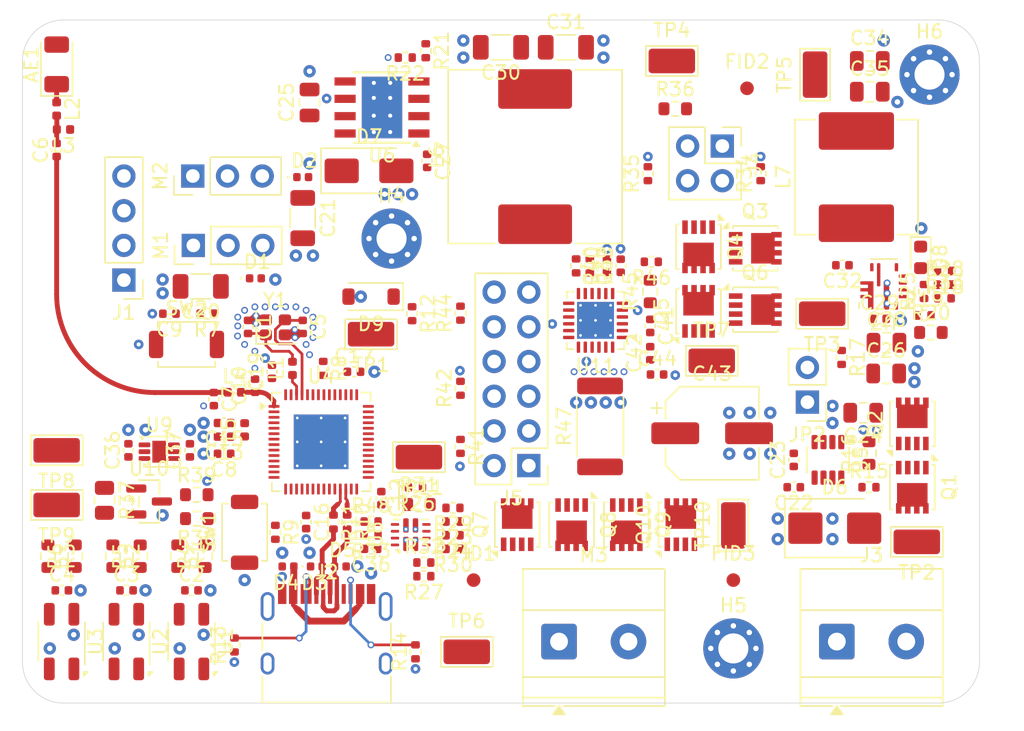
<source format=kicad_pcb>
(kicad_pcb (version 20241229) (generator "pcbnew") (generator_version "9.0")
  (layers (0 "F.Cu" signal) (4 "In1.Cu" signal) (6 "In2.Cu" signal) (2 "B.Cu" signal) (13 "F.Paste" user) (15 "B.Paste" user) (5 "F.SilkS" user "F.Silkscreen") (7 "B.SilkS" user "B.Silkscreen") (1 "F.Mask" user) (3 "B.Mask" user) (25 "Edge.Cuts" user))
  (net 0 "")
  (net 1 "/RF_ANT")
  (net 2 "GND")
  (net 3 "/XTAL_PL")
  (net 4 "/LS1")
  (net 5 "/LS2")
  (net 6 "/LS3")
  (net 7 "/XTAL_N")
  (net 8 "Net-(C6-Pad2)")
  (net 9 "/RF_TRANS")
  (net 10 "+3V3")
  (net 11 "/CHIP_PU")
  (net 12 "/RF_ESP")
  (net 13 "/VDD_SPI")
  (net 14 "VDD3P3")
  (net 15 "+5V")
  (net 16 "/Connectors/EN{slash}UVLO")
  (net 17 "Net-(U5-VCAP)")
  (net 18 "+Vin")
  (net 19 "Net-(D7-K)")
  (net 20 "Net-(U6-BOOT)")
  (net 21 "+5V_buck")
  (net 22 "Net-(U7-SW)")
  (net 23 "Net-(U7-BOOT)")
  (net 24 "Net-(U7-FB)")
  (net 25 "+12V")
  (net 26 "Net-(U8-SS)")
  (net 27 "/H-bridge/AVDD")
  (net 28 "/H-bridge/DVDD")
  (net 29 "Net-(U11-CPH)")
  (net 30 "Net-(U11-CPL)")
  (net 31 "/H-bridge/+Vdc")
  (net 32 "Net-(U11-VCP)")
  (net 33 "D-")
  (net 34 "+Vbus")
  (net 35 "D+")
  (net 36 "Net-(D8-A)")
  (net 37 "/U0RXD")
  (net 38 "Net-(J1-Pin_4)")
  (net 39 "Net-(J2-CC1)")
  (net 40 "Net-(J2-CC2)")
  (net 41 "Net-(J4-Pin_1)")
  (net 42 "Net-(J4-Pin_2)")
  (net 43 "Net-(J4-Pin_4)")
  (net 44 "Net-(J5-Pin_1)")
  (net 45 "Net-(J5-Pin_10)")
  (net 47 "Net-(J5-Pin_4)")
  (net 48 "Net-(J5-Pin_6)")
  (net 49 "Net-(JP2-A)")
  (net 50 "/XTAL_P")
  (net 51 "SERVO1")
  (net 52 "SERVO2")
  (net 53 "Net-(M3--)")
  (net 54 "Net-(M3-+)")
  (net 55 "+3V")
  (net 56 "Net-(U1-A)")
  (net 57 "Net-(U2-A)")
  (net 58 "Net-(U3-A)")
  (net 59 "/U0TXD")
  (net 60 "/BOOT")
  (net 61 "/ESP_D+")
  (net 62 "/ESP_D-")
  (net 63 "Net-(U5-OV)")
  (net 64 "AGND")
  (net 65 "Net-(U7-MODE)")
  (net 66 "Net-(U6-VSENSE)")
  (net 67 "Net-(U8-OV1)")
  (net 68 "Net-(U8-OV2)")
  (net 69 "Net-(U8-PR1)")
  (net 70 "Net-(U8-CP2)")
  (net 71 "Net-(U8-ILM)")
  (net 72 "Net-(U10-REF)")
  (net 73 "SNSOUT")
  (net 74 "~{FAULT}")
  (net 75 "Net-(U11-VREF)")
  (net 76 "SO")
  (net 93 "ST")
  (net 97 "EN")
  (net 98 "PH")
  (net 101 "~{SLEEP}")
  (net 107 "Net-(Q1-G)")
  (net 108 "Net-(U5-SRC)")
  (net 109 "Net-(Q3-S-Pad1)")
  (net 110 "Net-(Q5-S-Pad1)")
  (net 111 "Net-(Q7-G)")
  (net 112 "Net-(U11-SP)")
  (net 113 "Net-(Q8-G)")
  (net 114 "Net-(Q9-G)")
  (net 115 "Net-(Q10-G)")
  (net 122 "Net-(D9-K)")
  (footprint "Capacitor_SMD:C_0402_1005Metric" (layer "F.Cu") (at 126.75 84.5 180)
    (property "Reference" "C13")
    (property "Value" "0u1")
  )
  (footprint "Capacitor_SMD:C_0402_1005Metric" (layer "F.Cu") (at 126.75 83.5 180)
    (property "Reference" "C15")
    (property "Value" "0u1")
  )
  (footprint "Resistor_SMD:R_0603_1608Metric" (layer "F.Cu") (at 115.8625 93.25 90)
    (property "Reference" "R6")
    (property "Value" "100")
  )
  (footprint "Capacitor_SMD:C_0805_2012Metric" (layer "F.Cu") (at 173.98 59.25)
    (property "Reference" "C35")
    (property "Value" "22u")
  )
  (footprint "MountingHole:ToolingHole_1.152mm" (layer "F.Cu") (at 118 84)
    (property "Reference" "H3" (hide yes))
    (property "Value" "MountingHole")
  )
  (footprint "Resistor_SMD:R_0402_1005Metric" (layer "F.Cu") (at 137.5 90.715)
    (property "Reference" "R48")
    (property "Value" "10k")
  )
  (footprint "Resistor_SMD:R_0603_1608Metric" (layer "F.Cu") (at 120.6125 93.25 90)
    (property "Reference" "R5")
    (property "Value" "75")
  )
  (footprint "Resistor_SMD:R_0402_1005Metric" (layer "F.Cu") (at 134.75 90.75 -90)
    (property "Reference" "R11")
    (property "Value" "22")
  )
  (footprint "Resistor_SMD:R_0402_1005Metric" (layer "F.Cu") (at 140.75 100.25 90)
    (property "Reference" "R14")
    (property "Value" "5k1")
  )
  (footprint "Resistor_SMD:R_0603_1608Metric" (layer "F.Cu") (at 159.75 60.5)
    (property "Reference" "R36")
    (property "Value" "100")
  )
  (footprint "Capacitor_SMD:C_0402_1005Metric" (layer "F.Cu") (at 124.25 85.5 90)
    (property "Reference" "C37")
    (property "Value" "1u")
  )
  (footprint "GLCS:SOT-23-THIN-8" (layer "F.Cu") (at 170.92 86.2 -90)
    (property "Reference" "U5")
    (property "Value" "LM74502")
  )
  (footprint "Button_Switch_SMD:SW_SPST_TS-1088-xR020" (layer "F.Cu") (at 128.25 91.5 90)
    (property "Reference" "SW1")
    (property "Value" "SW_Push")
  )
  (footprint "Package_TO_SOT_SMD:SOT-23" (layer "F.Cu") (at 121.2625 89.245)
    (property "Reference" "U10")
    (property "Value" "CJ431")
  )
  (footprint "Capacitor_SMD:C_0402_1005Metric" (layer "F.Cu") (at 179.45 74.375)
    (property "Reference" "C33")
    (property "Value" "47p")
  )
  (footprint "Resistor_SMD:R_0402_1005Metric" (layer "F.Cu") (at 157.75 65.25 90)
    (property "Reference" "R35")
    (property "Value" "10k")
  )
  (footprint "TerminalBlock_Phoenix:TerminalBlock_Phoenix_MKDS-1,5-2-5.08_1x02_P5.08mm_Horizontal" (layer "F.Cu") (at 171.57 99.5)
    (property "Reference" "J3")
    (property "Value" "Conn_01x02")
  )
  (footprint "Package_SO:Vishay_PowerPAK_1212-8_Single" (layer "F.Cu") (at 160.16 90.9425 90)
    (property "Reference" "Q10")
    (property "Value" "Q_NMOS")
  )
  (footprint "Resistor_SMD:R_0603_1608Metric" (layer "F.Cu") (at 123.3625 93.25 -90)
    (property "Reference" "R1")
    (property "Value" "6k8")
  )
  (footprint "Resistor_SMD:R_0402_1005Metric" (layer "F.Cu") (at 140.5 75.5 -90)
    (property "Reference" "R12")
    (property "Value" "10k")
  )
  (footprint "Package_DFN_QFN:Texas_VQFN-HR-12_2x2.5mm_P0.5mm_ThermalVias" (layer "F.Cu") (at 140.4 91.675 90)
    (property "Reference" "U8")
    (property "Value" "TPS2121")
  )
  (footprint "MountingHole:ToolingHole_1.152mm" (layer "F.Cu") (at 174 96)
    (property "Reference" "H1" (hide yes))
    (property "Value" "MountingHole")
  )
  (footprint "GLCS:TestPoint_Keystone_5015_Micro_Mini" (layer "F.Cu") (at 137.5 77 180)
    (property "Reference" "TP1")
    (property "Value" "TestPoint")
  )
  (footprint "GLCS:Diode_DFN1006" (layer "F.Cu") (at 131.425 94 180)
    (property "Reference" "D4")
    (property "Value" "P6SMB6.8CA/TR13")
  )
  (footprint "GLCS:Diode_DFN1006" (layer "F.Cu") (at 133.5 94 180)
    (property "Reference" "D3")
    (property "Value" "H5VU10U")
  )
  (footprint "Resistor_SMD:R_0402_1005Metric" (layer "F.Cu") (at 127.51 99.75 90)
    (property "Reference" "R13")
    (property "Value" "5k1")
  )
  (footprint "GLCS:TestPoint_Keystone_5015_Micro_Mini" (layer "F.Cu") (at 162.42 78.95)
    (property "Reference" "TP7")
    (property "Value" "TestPoint")
  )
  (footprint "Resistor_SMD:R_0402_1005Metric" (layer "F.Cu") (at 125.5 75.5 180)
    (property "Reference" "R7")
    (property "Value" "10k")
  )
  (footprint "Capacitor_SMD:C_0805_2012Metric" (layer "F.Cu") (at 175.18 79.875)
    (property "Reference" "C26")
    (property "Value" "10u")
  )
  (footprint "Resistor_SMD:R_0402_1005Metric" (layer "F.Cu") (at 173.92 88.2)
    (property "Reference" "R15")
    (property "Value" "100k")
  )
  (footprint "Resistor_SMD:R_0402_1005Metric" (layer "F.Cu") (at 177.95 75.625)
    (property "Reference" "R19")
    (property "Value" "100k")
  )
  (footprint "Resistor_SMD:R_0402_1005Metric" (layer "F.Cu") (at 144.04 80.96 90)
    (property "Reference" "R42")
    (property "Value" "200k")
  )
  (footprint "GLCS:Diode_DFN1006" (layer "F.Cu") (at 135.25 94)
    (property "Reference" "D5")
    (property "Value" "H5VU10U")
  )
  (footprint "GLCS:DFN-6-1EP_2x2mm_P0.5mm_ST" (layer "F.Cu") (at 122 85.6)
    (property "Reference" "U9")
    (property "Value" "LDL212PV33R")
  )
  (footprint "Capacitor_SMD:C_0402_1005Metric" (layer "F.Cu") (at 130.25 79.75 90)
    (property "Reference" "C19")
    (property "Value" "1u")
  )
  (footprint "GLCS:TestPoint_Keystone_5015_Micro_Mini" (layer "F.Cu") (at 114.5 89.5 180)
    (property "Reference" "TP9")
    (property "Value" "TestPoint")
  )
  (footprint "Package_SO:TI_SO-PowerPAD-8_ThermalVias" (layer "F.Cu") (at 138.3 60.405 180)
    (property "Reference" "U6")
    (property "Value" "TPS5430DDA")
  )
  (footprint "OptoDevice:OnSemi_CASE100CY" (layer "F.Cu") (at 124.3625 99.5 180)
    (property "Reference" "U1")
    (property "Value" "QRE1113GR")
  )
  (footprint "Capacitor_SMD:C_0402_1005Metric" (layer "F.Cu") (at 168.42 88.2 180)
    (property "Reference" "C22")
    (property "Value" "0u1")
  )
  (footprint "Resistor_SMD:R_0402_1005Metric" (layer "F.Cu") (at 134 79.5 -90)
    (property "Reference" "R8")
    (property "Value" "470")
  )
  (footprint "Package_DFN_QFN:Texas_RGE0024H_VQFN-24-1EP_4x4mm_P0.5mm_EP2.7x2.7mm_ThermalVias" (layer "F.Cu") (at 153.92 75.9875 180)
    (property "Reference" "U11")
    (property "Value" "DRV8701")
  )
  (footprint "Capacitor_SMD:C_0402_1005Metric" (layer "F.Cu") (at 119.75 85.5 90)
    (property "Reference" "C38")
    (property "Value" "4u7")
  )
  (footprint "Capacitor_SMD:C_1206_3216Metric" (layer "F.Cu") (at 132.5 68.5 -90)
    (property "Reference" "C21")
    (property "Value" "47u")
  )
  (footprint "Resistor_SMD:R_0402_1005Metric" (layer "F.Cu") (at 141.5 56.25 -90)
    (property "Reference" "R21")
    (property "Value" "10k")
  )
  (footprint "Button_Switch_SMD:SW_SPST_TS-1088-xR020" (layer "F.Cu") (at 124 77.75)
    (property "Reference" "SW2")
    (property "Value" "SW_Push")
  )
  (footprint "Resistor_SMD:R_0805_2012Metric" (layer "F.Cu") (at 118 89.1625 -90)
    (property "Reference" "R37")
    (property "Value" "5.1")
  )
  (footprint "Resistor_SMD:R_0603_1608Metric" (layer "F.Cu") (at 124.75 90.5 180)
    (property "Reference" "R38")
    (property "Value" "10k")
  )
  (footprint "Crystal:Crystal_SMD_2016-4Pin_2.0x1.6mm" (layer "F.Cu") (at 130.5 76.5)
    (property "Reference" "Y1")
    (property "Value" "48M")
  )
  (footprint "Capacitor_SMD:C_0402_1005Metric" (layer "F.Cu") (at 132.5 76.4675 -90)
    (property "Reference" "C5")
    (property "Value" "12p")
  )
  (footprint "LED_SMD:LED_0603_1608Metric" (layer "F.Cu") (at 177.7 71.375 -90)
    (property "Reference" "D8")
    (property "Value" "RED")
  )
  (footprint "Resistor_SMD:R_2512_6332Metric" (layer "F.Cu") (at 154.25 83.75 90)
    (property "Reference" "R47")
    (property "Value" "20m")
  )
  (footprint "Resistor_SMD:R_0402_1005Metric" (layer "F.Cu") (at 152.5 72 -90)
    (property "Reference" "R40")
    (property "Value" "10k")
  )
  (footprint "Capacitor_SMD:C_0402_1005Metric" (layer "F.Cu") (at 126 81.75 -90)
    (property "Reference" "C7")
    (property "Value" "1p2")
  )
  (footprint "Capacitor_SMD:C_0805_2012Metric" (layer "F.Cu") (at 175.2 77.625)
    (property "Reference" "C28")
    (property "Value" "10u")
  )
  (footprint "Resistor_SMD:R_0402_1005Metric" (layer "F.Cu") (at 158 71.7 180)
    (property "Reference" "R46")
    (property "Value" "10k")
  )
  (footprint "Resistor_SMD:R_0603_1608Metric" (layer "F.Cu") (at 118.6125 93.25 -90)
    (property "Reference" "R2")
    (property "Value" "6k8")
  )
  (footprint "Capacitor_SMD:C_0402_1005Metric" (layer "F.Cu") (at 154.75 71.99 90)
    (property "Reference" "C40")
    (property "Value" "1u")
  )
  (footprint "GLCS:TestPoint_Keystone_5015_Micro_Mini" (layer "F.Cu") (at 159.5 57)
    (property "Reference" "TP4")
    (property "Value" "TestPoint")
  )
  (footprint "Connector_PinHeader_2.54mm:PinHeader_1x02_P2.54mm_Vertical" (layer "F.Cu") (at 169.42 81.975 180)
    (property "Reference" "JP2")
    (property "Value" "Jumper_2_Small_Open")
  )
  (footprint "Package_SO:Vishay_PowerPAK_1212-8_Single" (layer "F.Cu") (at 177.09 88.2 -90)
    (property "Reference" "Q1")
    (property "Value" "Q_NMOS")
  )
  (footprint "Resistor_SMD:R_0603_1608Metric" (layer "F.Cu") (at 173.92 85.7 90)
    (property "Reference" "R16")
    (property "Value" "3k6")
  )
  (footprint "Capacitor_SMD:C_0402_1005Metric" (layer "F.Cu") (at 138.25 89 -90)
    (property "Reference" "C12")
    (property "Value" "1u")
  )
  (footprint "Capacitor_SMD:C_0402_1005Metric" (layer "F.Cu") (at 171.98 71.95 180)
    (property "Reference" "C32")
    (property "Value" "0u1")
  )
  (footprint "Capacitor_SMD:C_0402_1005Metric" (layer "F.Cu") (at 132.75 90.75 -90)
    (property "Reference" "C16")
    (property "Value" "0u1")
  )
  (footprint "Capacitor_SMD:C_0402_1005Metric" (layer "F.Cu") (at 174.7 75.875)
    (property "Reference" "C29")
    (property "Value" "0u1")
  )
  (footprint "Resistor_SMD:R_0603_1608Metric" (layer "F.Cu") (at 124.75 88.75)
    (property "Reference" "R39")
    (property "Value" "50k")
  )
  (footprint "GLCS:Diode_DFN1006" (layer "F.Cu") (at 129.04 72.91)
    (property "Reference" "D1")
    (property "Value" "H5VU10U")
  )
  (footprint "Resistor_SMD:R_0603_1608Metric" (layer "F.Cu") (at 157.92 73.875 90)
    (property "Reference" "R45")
    (property "Value" "7k5")
  )
  (footprint "Capacitor_SMD:C_0402_1005Metric" (layer "F.Cu") (at 126.75 85.75 180)
    (property "Reference" "C8")
    (property "Value" "10u")
  )
  (footprint "Inductor_SMD:L_0402_1005Metric" (layer "F.Cu") (at 115 62.015 180)
    (property "Reference" "L3")
    (property "Value" "2n7")
  )
  (footprint "Package_SO:Vishay_PowerPAK_1212-8_Single" (layer "F.Cu") (at 177.09 83.565 90)
    (property "Reference" "Q2")
    (property "Value" "Q_NMOS")
  )
  (footprint "Resistor_SMD:R_0402_1005Metric" (layer "F.Cu") (at 140 56.75 180)
    (property "Reference" "R22")
    (property "Value" "3k3")
  )
  (footprint "Capacitor_SMD:C_0805_2012Metric" (layer "F.Cu") (at 133 60.04 90)
    (property "Reference" "C25")
    (property "Value" "10u")
  )
  (footprint "Connector_PinHeader_2.54mm:PinHeader_1x03_P2.54mm_Vertical" (layer "F.Cu") (at 124.5 70.5 90)
    (property "Reference" "M1")
    (property "Value" "Motor_Servo")
  )
  (footprint "Inductor_SMD:L_0402_1005Metric" (layer "F.Cu") (at 127.5 81.25)
    (property "Reference" "L4")
    (property "Value" "2n7")
  )
  (footprint "MountingHole:ToolingHole_1.152mm" (layer "F.Cu") (at 119 58)
    (property "Reference" "H2" (hide yes))
    (property "Value" "MountingHole")
  )
  (footprint "GLCS:TestPoint_Keystone_5015_Micro_Mini" (layer "F.Cu") (at 114.5 85.5 180)
    (property "Reference" "TP8")
    (property "Value" "TestPoint")
  )
  (footprint "Capacitor_SMD:C_0402_1005Metric" (layer "F.Cu") (at 119.6125 95.75)
    (property "Reference" "C3")
    (property "Value" "0u1")
  )
  (footprint "MountingHole:MountingHole_2.2mm_M2_Pad_Via" (layer "F.Cu") (at 139 70)
    (property "Reference" "H4")
    (property "Value" "MountingHole_Pad")
  )
  (footprint "OptoDevice:OnSemi_CASE100CY" (layer "F.Cu") (at 119.6 99.5 180)
    (property "Reference" "U2")
    (property "Value" "QRE1113GR")
  )
  (footprint "Resistor_SMD:R_0402_1005Metric" (layer "F.Cu") (at 171.92 78.7 -90)
    (property "Reference" "R17")
    (property "Value" "10k")
  )
  (footprint "Connector_PinHeader_2.54mm:PinHeader_2x02_P2.54mm_Vertical" (layer "F.Cu") (at 163.195 63.225 -90)
    (property "Reference" "J4")
    (property "Value" "Conn_02x02_Counter_Clockwise")
  )
  (footprint "Inductor_SMD:L_0402_1005Metric" (layer "F.Cu") (at 131.75 79.5 90)
    (property "Reference" "L1")
    (property "Value" "24n")
  )
  (footprint "Capacitor_SMD:C_0805_2012Metric" (layer "F.Cu") (at 173.5 82.75 180)
    (property "Reference" "C24")
    (property "Value" "10u")
  )
  (footprint "Connector_PinHeader_2.54mm:PinHeader_2x06_P2.54mm_Vertical" (layer "F.Cu") (at 149.04 86.62 180)
    (property "Reference" "J5")
    (property "Value" "Conn_02x06_Counter_Clockwise")
  )
  (footprint "Resistor_SMD:R_0402_1005Metric" (layer "F.Cu") (at 130.5 91.5 -90)
    (property "Reference" "R9")
    (property "Value" "10k")
  )
  (footprint "Capacitor_SMD:C_0402_1005Metric" (layer "F.Cu") (at 129.015 80.77 90)
    (property "Reference" "C10")
    (property "Value" "1p2")
  )
  (footprint "GLCS:Diode_DFN1006" (layer "F.Cu") (at 132.5 65.5)
    (property "Reference" "D2")
    (property "Value" "H5VU10U")
  )
  (footprint "Resistor_SMD:R_0402_1005Metric" (layer "F.Cu") (at 179.45 72.375 180)
    (property "Reference" "R18")
    (property "Value" "5k1")
  )
  (footprint "Package_SO:Vishay_PowerPAK_1212-8_Single" (layer "F.Cu") (at 156.17 90.9425 -90)
    (property "Reference" "Q9")
    (property "Value" "Q_NMOS")
  )
  (footprint "GLCS:Texas_RPA0010A_VQFN-HR-10_3x3mm_P0.5mm" (layer "F.Cu") (at 175 73.5 180)
    (property "Reference" "U7")
    (property "Value" "TPS56A37")
  )
  (footprint "Connector_PinHeader_2.54mm:PinHeader_1x03_P2.54mm_Vertical" (layer "F.Cu") (at 124.46 65.42 90)
    (property "Reference" "M2")
    (property "Value" "Motor_Servo")
  )
  (footprint "RF_Antenna:Johanson_2450AT18x100" (layer "F.Cu") (at 114.5 57.25 90)
    (property "Reference" "AE1")
    (property "Value" "Antenna")
  )
  (footprint "Capacitor_SMD:C_0402_1005Metric" (layer "F.Cu") (at 157.92 76.395 -90)
    (property "Reference" "C41")
    (property "Value" "0u1")
  )
  (footprint "Resistor_SMD:R_0402_1005Metric" (layer "F.Cu") (at 143.5 92.715 180)
    (property "Reference" "R30")
    (property "Value" "10k")
  )
  (footprint "Resistor_SMD:R_0402_1005Metric" (layer "F.Cu") (at 179.45 73.375)
    (property "Reference" "R28")
    (property "Value" "100k")
  )
  (footprint "Capacitor_SMD:C_0402_1005Metric" (layer "F.Cu") (at 114.8825 95.75)
    (property "Reference" "C4")
    (property "Value" "0u1")
  )
  (footprint "Resistor_SMD:R_0402_1005Metric" (layer "F.Cu") (at 143.5 90.715 180)
    (property "Reference" "R23")
    (property "Value" "2k2")
  )
  (footprint "Resistor_SMD:R_0402_1005Metric" (layer "F.Cu") (at 135.75 90.75 -90)
    (property "Reference" "R10")
    (property "Value" "22")
  )
  (footprint "GLCS:TestPoint_Keystone_5015_Micro_Mini" (layer "F.Cu") (at 144.5 100.25)
    (property "Reference" "TP6")
    (property "Value" "TestPoint")
  )
  (footprint "Resistor_SMD:R_0402_1005Metric" (layer "F.Cu") (at 140.75 88.215 180)
    (property "Reference" "R26")
    (property "Value" "10k")
  )
  (footprint "Capacitor_SMD:C_0402_1005Metric" (layer "F.Cu") (at 155.76 71.99 90)
    (property "Reference" "C39")
    (property "Value" "1u")
  )
  (footprint "Connector_PinHeader_2.54mm:PinHeader_1x04_P2.54mm_Vertical" (layer "F.Cu") (at 119.42 73.04 180)
    (property "Reference" "J1")
    (property "Value" "Conn_01x04_Pin")
  )
  (footprint "Connector_USB:USB_C_Receptacle_HRO_TYPE-C-31-M-12" (layer "F.Cu") (at 134.25 100.06)
    (property "Reference" "J2")
    (property "Value" "USB_C_Receptacle_USB2.0_14P")
  )
  (footprint "Resistor_SMD:R_0402_1005Metric" (layer "F.Cu") (at 166 65.25 90)
    (property "Reference" "R34")
    (property "Value" "10k")
  )
  (footprint "MountingHole:MountingHole_2.2mm_M2_Pad_Via" (layer "F.Cu") (at 164 100)
    (property "Reference" "H5")
    (property "Value" "MountingHole_Pad")
  )
  (footprint "Package_SO:Vishay_PowerPAK_1212-8_Single" (layer "F.Cu") (at 161.455 70.6025 -90)
    (property "Reference" "Q4")
    (property "Value" "Q_NMOS")
  )
  (footprint "Resistor_SMD:R_0603_1608Metric" (layer "F.Cu") (at 178.45 76.875)
    (property "Reference" "R20")
    (property "Value" "110k")
  )
  (footprint "Capacitor_SMD:C_0402_1005Metric" (layer "F.Cu") (at 124.3625 95.75)
    (property "Reference" "C2")
    (property "Value" "0u1")
  )
  (footprint "Package_SO:Vishay_PowerPAK_1212-8_Single" (layer "F.Cu") (at 165.605 75.2)
    (property "Reference" "Q6")
    (property "Value" "Q_NMOS")
  )
  (footprint "Capacitor_SMD:C_0402_1005Metric" (layer "F.Cu") (at 158.42 79.95)
    (property "Reference" "C44")
    (property "Value" "0u1")
  )
  (footprint "GLCS:TestPoint_Keystone_5015_Micro_Mini" (layer "F.Cu") (at 169.98 58 90)
    (property "Reference" "TP5")
    (property "Value" "TestPoint")
  )
  (footprint "GLCS:TestPoint_Keystone_5015_Micro_Mini" (layer "F.Cu") (at 164 91 90)
    (property "Reference" "TP10")
    (property "Value" "TestPoint")
  )
  (footprint "Inductor_SMD:L_Sunlord_MWSA0804S" (layer "F.Cu") (at 173 65.5 90)
    (property "Reference" "L7")
    (property "Value" "5u6")
  )
  (footprint "Capacitor_SMD:C_0402_1005Metric" (layer "F.Cu") (at 136.25 79.75)
    (property "Reference" "C17")
    (property "Value" "0u1")
  )
  (footprint "Resistor_SMD:R_0402_1005Metric" (layer "F.Cu") (at 143.5 91.715 180)
    (property "Reference" "R24")
    (property "Value" "2k2")
  )
  (footprint "Package_SO:Vishay_PowerPAK_1212-8_Single" (layer "F.Cu") (at 152.17 90.9425 -90)
    (property "Reference" "Q8")
    (property "Value" "Q_NMOS")
  )
  (footprint "Capacitor_SMD:C_0805_2012Metric" (layer "F.Cu") (at 173.98 57)
    (property "Reference" "C34")
    (property "Value" "22u")
  )
  (footprint "Capacitor_SMD:C_1206_3216Metric" (layer "F.Cu") (at 125.04 73.5 180)
    (property "Reference" "C20")
    (property "Value" "47u")
  )
  (footprint "Resistor_SMD:R_0402_1005Metric" (layer "F.Cu") (at 177.95 73.875 90)
    (property "Reference" "R25")
    (property "Value" "5k1")
  )
  (footprint "Resistor_SMD:R_0402_1005Metric" (layer "F.Cu") (at 143.49 89.715 180)
    (property "Reference" "R29")
    (property "Value" "10k")
  )
  (footprint "Package_SO:Vishay_PowerPAK_1212-8_Single" (layer "F.Cu") (at 165.605 70.71)
    (property "Reference" "Q3")
    (property "Value" "Q_NMOS")
  )
  (footprint "Diode_SMD:D_SOD-123" (layer "F.Cu") (at 137.5 74.25 180)
    (property "Reference" "D9")
    (property "Value" "BZT52B3V3")
  )
  (footprint "Capacitor_SMD:C_1206_3216Metric" (layer "F.Cu") (at 147 56 180)
    (property "Reference" "C30")
    (property "Value" "47u")
  )
  (footprint "Resistor_SMD:R_0402_1005Metric" (layer "F.Cu") (at 141.36 94.715 180)
    (property "Reference" "R27")
    (property "Value" "10k")
  )
  (footprint "Resistor_SMD:R_0402_1005Metric" (layer "F.Cu") (at 153.5 72 -90)
    (property "Reference" "R43")
    (property "Value" "10k")
  )
  (footprint "Fiducial:Fiducial_1mm_Mask2mm" (layer "F.Cu") (at 145 95)
    (property "Reference" "FID1")
    (property "Value" "Fiducial")
  )
  (footprint "Capacitor_SMD:C_0402_1005Metric" (layer "F.Cu") (at 114.5 63.515 90)
    (property "Reference" "C6")
    (property "Value" "1p")
  )
  (footprint "Capacitor_SMD:C_0402_1005Metric" (layer "F.Cu") (at 141.6 64.31 -90)
    (property "Reference" "C27")
    (property "Value" "10n")
  )
  (footprint "Resistor_SMD:R_0402_1005Metric" (layer "F.Cu") (at 137.5 91.715 180)
    (property "Reference" "R33")
    (property "Value" "22k")
  )
  (footprint "Capacitor_SMD:CP_Elec_6.3x7.7" (layer "F.Cu") (at 162.45 84.25)
    (property "Reference" "C43")
    (property "Value" "220u")
  )
  (footprint "Resistor_SMD:R_0402_1005Metric" (layer "F.Cu") (at 141.36 93.715)
    (property "Reference" "R32")
    (property "Value" "10k")
  )
  (footprint "Capacitor_SMD:C_0402_1005Metric" (layer "F.Cu") (at 122.75 75.5 180)
    (property "Reference" "C9")
    (property "Value" "1u")
  )
  (footprint "Capacitor_SMD:C_0402_1005Metric" (layer "F.Cu") (at 128.5 76.4675 -90)
    (property "Reference" "C1")
    (property "Value" "12p")
  )
  (footprint "Resistor_SMD:R_0603_1608Metric" (layer "F.Cu") (at 141 89.465)
    (property "Reference" "R31")
    (property "Value" "6k2")
  )
  (footprint "Fiducial:Fiducial_1mm_Mask2mm" (layer "F.Cu") (at 164 95)
    (property "Reference" "FID3")
    (property "Value" "Fiducial")
  )
  (footprint "Inductor_SMD:L_0402_1005Metric" (layer "F.Cu") (at 114.5 60.515 -90)
    (property "Reference" "L2")
    (property "Value" "3n9")
  )
  (footprint "GLCS:TestPoint_Keystone_5015_Micro_Mini" (layer "F.Cu") (at 170.5 75.5 180)
    (property "Reference" "TP3")
    (property "Value" "TestPoint")
  )
  (footprint "MountingHole:MountingHole_2.2mm_M2_Pad_Via" (layer "F.Cu") (at 178.35 58)
    (property "Reference" "H6")
    (property "Value" "MountingHole_Pad")
  )
  (footprint "Package_SO:Vishay_PowerPAK_1212-8_Single" (layer "F.Cu") (at 148.19 90.9425 90)
    (property "Reference" "Q7")
    (property "Value" "Q_NMOS")
  )
  (footprint "Diode_SMD:D_SMA" (layer "F.Cu") (at 137.35 65.04)
    (property "Reference" "D7")
    (property "Value" "SS34")
  )
  (footprint "GLCS:TestPoint_Keystone_5015_Micro_Mini" (layer "F.Cu") (at 177.42 92.2 180)
    (property "Reference" "TP2")
    (property "Value" "TestPoint")
  )
  (footprint "Resistor_SMD:R_0402_1005Metric" (layer "F.Cu") (at 144.04 85.21 -90)
    (property "Reference" "R41")
    (property "Value" "33k")
  )
  (footprint "OptoDevice:OnSemi_CASE100CY" (layer "F.Cu") (at 114.8625 99.5 180)
    (property "Reference" "U3")
    (property "Value" "QRE1113GR")
  )
  (footprint "Diode_SMD:D_SMB" (layer "F.Cu") (at 171.42 91.2)
    (property "Reference" "D6")
    (property "Value" "D_TVS")
  )
  (footprint "Resistor_SMD:R_0603_1608Metric" (layer "F.Cu") (at 125.3625 93.25 90)
    (property "Reference" "R4")
    (property "Value" "47")
  )
  (footprint "Inductor_SMD:L_Sunlord_SWRB1207S" (layer "F.Cu") (at 149.5 64 90)
    (property "Reference" "L6")
    (property "Value" "18u")
  )
  (footprint "GLCS:TestPoint_Keystone_5015_Micro_Mini" (layer "F.Cu") (at 141 86 180)
    (property "Reference" "TP11")
    (property "Value" "TestPoint")
  )
  (footprint "Package_DFN_QFN:QFN-56-1EP_7x7mm_P0.4mm_EP4x4mm_ThermalVias" (layer "F.Cu") (at 133.85 84.8825)
    (property "Reference" "U4")
    (property "Value" "ESP32-S3FH4R2")
  )
  (footprint "Inductor_SMD:L_0402_1005Metric" (layer "F.Cu") (at 128.25 84 90)
    (property "Reference" "L5")
    (property "Value" "2n7")
  )
  (footprint "TerminalBlock_Phoenix:TerminalBlock_Phoenix_MKDS-1,5-2-5.08_1x02_P5.08mm_Horizontal" (layer "F.Cu") (at 151.25 99.5)
    (property "Reference" "M3")
    (property "Value" "DC")
  )
  (footprint "Capacitor_SMD:C_1206_3216Metric" (layer "F.Cu") (at 151.75 56)
    (property "Reference" "C31")
    (property "Value" "47u")
  )
  (footprint "Capacitor_SMD:C_0402_1005Metric" (layer "F.Cu") (at 157.92 78.395 90)
    (property "Reference" "C42")
    (property "Value" "1u")
  )
  (footprint "Resistor_SMD:R_0402_1005Metric" (layer "F.Cu") (at 144.04 75.46 90)
    (property "Reference" "R44")
    (property "Value" "68k")
  )
  (footprint "Capacitor_SMD:C_0402_1005Metric" (layer "F.Cu") (at 137.5 92.715 180)
    (property "Reference" "C36")
    (property "Value" "1u")
  )
  (footprint "Fiducial:Fiducial_1mm_Mask2mm" (layer "F.Cu") (at 165 59)
    (property "Reference" "FID2")
    (property "Value" "Fiducial")
  )
  (footprint "Package_SO:Vishay_PowerPAK_1212-8_Single" (layer "F.Cu") (at 161.455 75.3275 90)
    (property "Reference" "Q5")
    (property "Value" "Q_NMOS")
  )
  (footprint "Resistor_SMD:R_0603_1608Metric" (layer "F.Cu") (at 113.8625 93.25 -90)
    (property "Reference" "R3")
    (property "Value" "6k8")
  )
  (footprint "Capacitor_SMD:C_0402_1005Metric" (layer "F.Cu") (at 168.42 86.2 90)
    (property "Reference" "C23")
    (property "Value" "220n")
  )
  (gr_arc (start 182 101) (mid 181.12132 103.12132) (end 179 104) (stroke (width 0.05)) (layer "Edge.Cuts"))
  (gr_line (start 115 54) (end 179 54) (stroke (width 0.05)) (layer "Edge.Cuts"))
  (gr_line (start 179 104) (end 115 104) (stroke (width 0.05)) (layer "Edge.Cuts"))
  (gr_line (start 182 57) (end 182 101) (stroke (width 0.05)) (layer "Edge.Cuts"))
  (gr_line (start 112 101) (end 112 57) (stroke (width 0.05)) (layer "Edge.Cuts"))
  (gr_arc (start 115 104) (mid 112.87868 103.12132) (end 112 101) (stroke (width 0.05)) (layer "Edge.Cuts"))
  (gr_arc (start 112 57) (mid 112.87868 54.87868) (end 115 54) (stroke (width 0.05)) (layer "Edge.Cuts"))
  (gr_arc (start 179 54) (mid 181.12132 54.87868) (end 182 57) (stroke (width 0.05)) (layer "Edge.Cuts"))
  (segment (start 114.5 60.03) (end 114.5 58.7) (width 0.359) (layer "F.Cu") (net 1))
  (segment (start 132.236474 76.9475) (end 131.933974 77.25) (width 0.5) (layer "F.Cu") (net 2))
  (segment (start 129.8 75.95) (end 129.378413 75.95) (width 0.5) (layer "F.Cu") (net 2))
  (segment (start 128.5 75.9875) (end 128.739873 75.9875) (width 0.5) (layer "F.Cu") (net 2))
  (segment (start 129.8 75.95) (end 129.344262 75.95) (width 0.5) (layer "F.Cu") (net 2))
  (segment (start 129.378413 75.95) (end 129.077893 75.64948) (width 0.5) (layer "F.Cu") (net 2))
  (segment (start 131.537411 77.05) (end 131.920992 76.666419) (width 0.5) (layer "F.Cu") (net 2))
  (segment (start 128.840368 75.9875) (end 129.073565 76.220697) (width 0.5) (layer "F.Cu") (net 2))
  (segment (start 131.2 77.05) (end 131.733974 77.05) (width 0.5) (layer "F.Cu") (net 2))
  (segment (start 132.5 76.9475) (end 132.202073 76.9475) (width 0.5) (layer "F.Cu") (net 2))
  (segment (start 132.202073 76.9475) (end 131.920992 76.666419) (width 0.5) (layer "F.Cu") (net 2))
  (segment (start 131.2 77.05) (end 131.537411 77.05) (width 0.5) (layer "F.Cu") (net 2))
  (segment (start 128.739873 75.9875) (end 129.077893 75.64948) (width 0.5) (layer "F.Cu") (net 2))
  (segment (start 131.733974 77.05) (end 131.933974 77.25) (width 0.5) (layer "F.Cu") (net 2))
  (segment (start 132.5 76.9475) (end 132.236474 76.9475) (width 0.5) (layer "F.Cu") (net 2))
  (segment (start 129.344262 75.95) (end 129.073565 76.220697) (width 0.5) (layer "F.Cu") (net 2))
  (segment (start 128.5 75.9875) (end 128.840368 75.9875) (width 0.5) (layer "F.Cu") (net 2))
  (via (at 154.75 70.75) (size 0.7) (drill 0.3) (layers "F.Cu" "B.Cu") (net 2))
  (via (at 125.25 85.75) (size 0.9) (drill 0.4) (layers "F.Cu" "B.Cu") (net 2))
  (via (at 131 93) (size 0.9) (drill 0.4) (layers "F.Cu" "B.Cu") (net 2))
  (via (at 127.75 76.400003) (size 0.5) (drill 0.3) (layers "F.Cu" "B.Cu") (net 2))
  (via (at 125.25 84.5) (size 0.9) (drill 0.4) (layers "F.Cu" "B.Cu") (net 2))
  (via (at 127.734421 77.135014) (size 0.5) (drill 0.3) (layers "F.Cu" "B.Cu") (net 2))
  (via (at 130.5 75) (size 0.5) (drill 0.3) (layers "F.Cu" "B.Cu") (net 2))
  (via (at 165.2 85.75) (size 0.9) (drill 0.4) (layers "F.Cu" "B.Cu") (net 2))
  (via (at 144.25 55.5) (size 0.9) (drill 0.4) (layers "F.Cu" "B.Cu") (net 2))
  (via (at 153.809998 79.75) (size 0.5) (drill 0.3) (layers "F.Cu" "B.Cu") (net 2))
  (via (at 174.5 84) (size 0.7) (drill 0.3) (layers "F.Cu" "B.Cu") (net 2))
  (via (at 132.75 92) (size 0.7) (drill 0.3) (layers "F.Cu" "B.Cu") (net 2))
  (via (at 132.75 77.75) (size 0.5) (drill 0.3) (layers "F.Cu" "B.Cu") (net 2))
  (via (at 133 64.5) (size 0.9) (drill 0.4) (layers "F.Cu" "B.Cu") (net 2))
  (via (at 133 57.75) (size 0.9) (drill 0.4) (layers "F.Cu" "B.Cu") (net 2))
  (via (at 125.75 95.75) (size 0.9) (drill 0.4) (layers "F.Cu" "B.Cu") (net 2))
  (via (at 138.75 56.75) (size 0.5) (drill 0.3) (layers "F.Cu" "B.Cu") (net 2))
  (via (at 132 75) (size 0.5) (drill 0.3) (layers "F.Cu" "B.Cu") (net 2))
  (via (at 132 71.25) (size 0.9) (drill 0.4) (layers "F.Cu" "B.Cu") (net 2))
  (via (at 125.25 99) (size 0.9) (drill 0.4) (layers "F.Cu" "B.Cu") (net 2))
  (via (at 177.75 69.25) (size 0.9) (drill 0.4) (layers "F.Cu" "B.Cu") (net 2))
  (via (at 128.25 75.25) (size 0.5) (drill 0.3) (layers "F.Cu" "B.Cu") (net 2))
  (via (at 120.5 77.75) (size 0.7) (drill 0.3) (layers "F.Cu" "B.Cu") (net 2))
  (via (at 133 93) (size 0.9) (drill 0.4) (layers "F.Cu" "B.Cu") (net 2))
  (via (at 132.75 75.25) (size 0.5) (drill 0.3) (layers "F.Cu" "B.Cu") (net 2))
  (via (at 167.25 92) (size 0.9) (drill 0.4) (layers "F.Cu" "B.Cu") (net 2))
  (via (at 129.75 75) (size 0.5) (drill 0.3) (layers "F.Cu" "B.Cu") (net 2))
  (via (at 140.5 66.75) (size 0.9) (drill 0.4) (layers "F.Cu" "B.Cu") (net 2))
  (via (at 121.5 75.5) (size 0.7) (drill 0.3) (layers "F.Cu" "B.Cu") (net 2))
  (via (at 127.75 75.75) (size 0.5) (drill 0.3) (layers "F.Cu" "B.Cu") (net 2))
  (via (at 166.7 85.75) (size 0.9) (drill 0.4) (layers "F.Cu" "B.Cu") (net 2))
  (via (at 153.079998 79.75) (size 0.5) (drill 0.3) (layers "F.Cu" "B.Cu") (net 2))
  (via (at 157.75 64) (size 0.7) (drill 0.3) (layers "F.Cu" "B.Cu") (net 2))
  (via (at 154.539999 79.75) (size 0.5) (drill 0.3) (layers "F.Cu" "B.Cu") (net 2))
  (via (at 144 86.67) (size 0.7) (drill 0.3) (layers "F.Cu" "B.Cu") (net 2))
  (via (at 139.5 66.75) (size 0.9) (drill 0.4) (layers "F.Cu" "B.Cu") (net 2))
  (via (at 177.25 79.5) (size 0.9) (drill 0.4) (layers "F.Cu" "B.Cu") (net 2))
  (via (at 128.25 95) (size 0.9) (drill 0.4) (layers "F.Cu" "B.Cu") (net 2))
  (via (at 171.25 92) (size 0.9) (drill 0.4) (layers "F.Cu" "B.Cu") (net 2))
  (via (at 175.25 73.25) (size 0.5) (drill 0.3) (layers "F.Cu" "B.Cu") (net 2))
  (via (at 125.25 82.25) (size 0.5) (drill 0.3) (layers "F.Cu" "B.Cu") (net 2))
  (via (at 130.5 73) (size 0.9) (drill 0.4) (layers "F.Cu" "B.Cu") (net 2))
  (via (at 166 64) (size 0.7) (drill 0.3) (layers "F.Cu" "B.Cu") (net 2))
  (via (at 134.25 59.75) (size 0.7) (drill 0.3) (layers "F.Cu" "B.Cu") (net 2))
  (via (at 133.25 76.5) (size 0.5) (drill 0.3) (layers "F.Cu" "B.Cu") (net 2))
  (via (at 118.75 100) (size 0.9) (drill 0.4) (layers "F.Cu" "B.Cu") (net 2))
  (via (at 129 75) (size 0.5) (drill 0.3) (layers "F.Cu" "B.Cu") (net 2))
  (via (at 159.75 80) (size 0.7) (drill 0.3) (layers "F.Cu" "B.Cu") (net 2))
  (via (at 122.25 74) (size 0.9) (drill 0.4) (layers "F.Cu" "B.Cu") (net 2))
  (via (at 133.25 75.75) (size 0.5) (drill 0.3) (layers "F.Cu" "B.Cu") (net 2))
  (via (at 152.5 82) (size 0.9) (drill 0.4) (layers "F.Cu" "B.Cu") (net 2))
  (via (at 154.5 56.75) (size 0.9) (drill 0.4) (layers "F.Cu" "B.Cu") (net 2))
  (via (at 129.077893 75.64948) (size 0.5) (drill 0.3) (layers "F.Cu" "B.Cu") (net 2))
  (via (at 152.349997 79.75) (size 0.5) (drill 0.3) (layers "F.Cu" "B.Cu") (net 2))
  (via (at 144 79.67) (size 0.7) (drill 0.3) (layers "F.Cu" "B.Cu") (net 2))
  (via (at 116.25 95.75) (size 0.9) (drill 0.4) (layers "F.Cu" "B.Cu") (net 2))
  (via (at 128.25 77.75) (size 0.5) (drill 0.3) (layers "F.Cu" "B.Cu") (net 2))
  (via (at 171.25 83.5) (size 0.9) (drill 0.4) (layers "F.Cu" "B.Cu") (net 2))
  (via (at 140.75 101.5) (size 0.7) (drill 0.3) (layers "F.Cu" "B.Cu") (net 2))
  (via (at 167.25 90.5) (size 0.9) (drill 0.4) (layers "F.Cu" "B.Cu") (net 2))
  (via (at 129 79.5) (size 0.5) (drill 0.3) (layers "F.Cu" "B.Cu") (net 2))
  (via (at 155.75 70.75) (size 0.7) (drill 0.3) (layers "F.Cu" "B.Cu") (net 2))
  (via (at 138.5 66.75) (size 0.9) (drill 0.4) (layers "F.Cu" "B.Cu") (net 2))
  (via (at 176.25 76) (size 0.9) (drill 0.4) (layers "F.Cu" "B.Cu") (net 2))
  (via (at 150.75 76.25) (size 0.7) (drill 0.3) (layers "F.Cu" "B.Cu") (net 2))
  (via (at 163.7 82.75) (size 0.9) (drill 0.4) (layers "F.Cu" "B.Cu") (net 2))
  (via (at 155.269999 79.75) (size 0.5) (drill 0.3) (layers "F.Cu" "B.Cu") (net 2))
  (via (at 120.5 99) (size 0.9) (drill 0.4) (layers "F.Cu" "B.Cu") (net 2))
  (via (at 154.666667 82) (size 0.9) (drill 0.4) (layers "F.Cu" "B.Cu") (net 2))
  (via (at 165.2 82.75) (size 0.9) (drill 0.4) (layers "F.Cu" "B.Cu") (net 2))
  (via (at 136.75 74.25) (size 0.9) (drill 0.4) (layers "F.Cu" "B.Cu") (net 2))
  (via (at 125.5 87.75) (size 0.7) (drill 0.3) (layers "F.Cu" "B.Cu") (net 2))
  (via (at 175.25 74) (size 0.5) (drill 0.3) (layers "F.Cu" "B.Cu") (net 2))
  (via (at 122.25 90.25) (size 0.9) (drill 0.4) (layers "F.Cu" "B.Cu") (net 2))
  (via (at 131.920992 76.666419) (size 0.5) (drill 0.3) (layers "F.Cu" "B.Cu") (net 2))
  (via (at 153.583333 82) (size 0.9) (drill 0.4) (layers "F.Cu" "B.Cu") (net 2))
  (via (at 177.25 80.5) (size 0.9) (drill 0.4) (layers "F.Cu" "B.Cu") (net 2))
  (via (at 133.25 71.25) (size 0.9) (drill 0.4) (layers "F.Cu" "B.Cu") (net 2))
  (via (at 121 95.75) (size 0.9) (drill 0.4) (layers "F.Cu" "B.Cu") (net 2))
  (via (at 122.25 73) (size 0.9) (drill 0.4) (layers "F.Cu" "B.Cu") (net 2))
  (via (at 131.933974 77.25) (size 0.5) (drill 0.3) (layers "F.Cu" "B.Cu") (net 2))
  (via (at 123.5 100) (size 0.9) (drill 0.4) (layers "F.Cu" "B.Cu") (net 2))
  (via (at 175 55.5) (size 0.9) (drill 0.4) (layers "F.Cu" "B.Cu") (net 2))
  (via (at 137.5 94.5) (size 0.9) (drill 0.4) (layers "F.Cu" "B.Cu") (net 2))
  (via (at 136.5 94) (size 0.9) (drill 0.4) (layers "F.Cu" "B.Cu") (net 2))
  (via (at 131 94.75) (size 0.7) (drill 0.3) (layers "F.Cu" "B.Cu") (net 2))
  (via (at 133 78.5) (size 0.5) (drill 0.3) (layers "F.Cu" "B.Cu") (net 2))
  (via (at 157 75.25) (size 0.7) (drill 0.3) (layers "F.Cu" "B.Cu") (net 2))
  (via (at 129.75 78.75) (size 0.7) (drill 0.3) (layers "F.Cu" "B.Cu") (net 2))
  (via (at 176 60) (size 0.9) (drill 0.4) (layers "F.Cu" "B.Cu") (net 2))
  (via (at 166.7 82.75) (size 0.9) (drill 0.4) (layers "F.Cu" "B.Cu") (net 2))
  (via (at 163.7 85.75) (size 0.9) (drill 0.4) (layers "F.Cu" "B.Cu") (net 2))
  (via (at 129.073565 76.220697) (size 0.5) (drill 0.3) (layers "F.Cu" "B.Cu") (net 2))
  (via (at 137.75 79.75) (size 0.9) (drill 0.4) (layers "F.Cu" "B.Cu") (net 2))
  (via (at 177.5 78.25) (size 0.9) (drill 0.4) (layers "F.Cu" "B.Cu") (net 2))
  (via (at 144.25 56.75) (size 0.9) (drill 0.4) (layers "F.Cu" "B.Cu") (net 2))
  (via (at 156 79.75) (size 0.5) (drill 0.3) (layers "F.Cu" "B.Cu") (net 2))
  (via (at 129 78.25) (size 0.5) (drill 0.3) (layers "F.Cu" "B.Cu") (net 2))
  (via (at 154.5 55.5) (size 0.9) (drill 0.4) (layers "F.Cu" "B.Cu") (net 2))
  (via (at 127.5 101) (size 0.7) (drill 0.3) (layers "F.Cu" "B.Cu") (net 2))
  (via (at 121 84) (size 0.9) (drill 0.4) (layers "F.Cu" "B.Cu") (net 2))
  (via (at 155.75 82) (size 0.9) (drill 0.4) (layers "F.Cu" "B.Cu") (net 2))
  (via (at 114 100) (size 0.9) (drill 0.4) (layers "F.Cu" "B.Cu") (net 2))
  (via (at 115.75 99) (size 0.9) (drill 0.4) (layers "F.Cu" "B.Cu") (net 2))
  (via (at 171.25 82.25) (size 0.9) (drill 0.4) (layers "F.Cu" "B.Cu") (net 2))
  (via (at 124.25 84) (size 0.9) (drill 0.4) (layers "F.Cu" "B.Cu") (net 2))
  (via (at 119.75 84) (size 0.9) (drill 0.4) (layers "F.Cu" "B.Cu") (net 2))
  (via (at 173.5 84) (size 0.7) (drill 0.3) (layers "F.Cu" "B.Cu") (net 2))
  (via (at 171.25 90.5) (size 0.9) (drill 0.4) (layers "F.Cu" "B.Cu") (net 2))
  (via (at 175.25 74.75) (size 0.5) (drill 0.3) (layers "F.Cu" "B.Cu") (net 2))
  (via (at 133.25 77.25) (size 0.5) (drill 0.3) (layers "F.Cu" "B.Cu") (net 2))
  (via (at 153.25 79) (size 0.7) (drill 0.3) (layers "F.Cu" "B.Cu") (net 2))
  (via (at 131.25 75) (size 0.5) (drill 0.3) (layers "F.Cu" "B.Cu") (net 2))
  (via (at 125.25 83.5) (size 0.9) (drill 0.4) (layers "F.Cu" "B.Cu") (net 2))
  (segment (start 128.5 76.9475) (end 129.6975 76.9475) (width 0.2) (layer "F.Cu") (net 3))
  (segment (start 129.8 77.8) (end 129.8 77.05) (width 0.2) (layer "F.Cu") (net 3))
  (segment (start 131.5 78.25) (end 130.25 78.25) (width 0.2) (layer "F.Cu") (net 3))
  (segment (start 131.75 78.5) (end 131.5 78.25) (width 0.2) (layer "F.Cu") (net 3))
  (segment (start 131.75 79.015) (end 131.75 78.5) (width 0.2) (layer "F.Cu") (net 3))
  (segment (start 130.25 78.25) (end 129.8 77.8) (width 0.2) (layer "F.Cu") (net 3))
  (segment (start 129.6975 76.9475) (end 129.8 77.05) (width 0.2) (layer "F.Cu") (net 3))
  (segment (start 131.701 77.701) (end 130.757648 77.701) (width 0.2) (layer "F.Cu") (net 7))
  (segment (start 130.5 77.443352) (end 130.5 76.65) (width 0.2) (layer "F.Cu") (net 7))
  (segment (start 132.5 75.9875) (end 131.2375 75.9875) (width 0.2) (layer "F.Cu") (net 7))
  (segment (start 132.45 78.45) (end 131.701 77.701) (width 0.2) (layer "F.Cu") (net 7))
  (segment (start 130.757648 77.701) (end 130.5 77.443352) (width 0.2) (layer "F.Cu") (net 7))
  (segment (start 130.5 76.65) (end 131.2 75.95) (width 0.2) (layer "F.Cu") (net 7))
  (segment (start 131.2375 75.9875) (end 131.2 75.95) (width 0.2) (layer "F.Cu") (net 7))
  (segment (start 132.45 81.4325) (end 132.45 78.45) (width 0.2) (layer "F.Cu") (net 7))
  (segment (start 114.515 61.015) (end 114.5 61) (width 0.359) (layer "F.Cu") (net 8))
  (segment (start 114.515 62.015) (end 114.515 61.015) (width 0.359) (layer "F.Cu") (net 8))
  (segment (start 114.5 63.035) (end 114.5 62.03) (width 0.359) (layer "F.Cu") (net 8))
  (segment (start 114.5 62.03) (end 114.515 62.015) (width 0.359) (layer "F.Cu") (net 8))
  (segment (start 127.015 81.25) (end 126.02 81.25) (width 0.359) (layer "F.Cu") (net 9))
  (segment (start 126 81.27) (end 121.691635 81.27) (width 0.359) (layer "F.Cu") (net 9))
  (segment (start 126.02 81.25) (end 126 81.27) (width 0.359) (layer "F.Cu") (net 9))
  (segment (start 114.5 74.078365) (end 114.5 63.995) (width 0.359) (layer "F.Cu") (net 9))
  (arc (start 114.5 74.078365) (mid 116.606381 79.163619) (end 121.691635 81.27) (width 0.359) (layer "F.Cu") (net 9))
  (segment (start 130.4 82.2825) (end 130.4 81.998912) (width 0.3) (layer "F.Cu") (net 12))
  (segment (start 129.340731 81.25) (end 129.015 81.25) (width 0.359) (layer "F.Cu") (net 12))
  (segment (start 130.394782 81.889837) (end 130.047838 81.542893) (width 0.359) (layer "F.Cu") (net 12))
  (segment (start 129.015 81.25) (end 127.985 81.25) (width 0.359) (layer "F.Cu") (net 12))
  (arc (start 129.340731 81.25) (mid 129.723414 81.32612) (end 130.047838 81.542893) (width 0.359) (layer "F.Cu") (net 12))
  (segment (start 134.5 95) (end 134.5 96.015) (width 0.359) (layer "F.Cu") (net 33))
  (segment (start 133.5 96.015) (end 133.5 94.931) (width 0.359) (layer "F.Cu") (net 33))
  (segment (start 134 94.75) (end 134.25 94.75) (width 0.359) (layer "F.Cu") (net 33))
  (segment (start 134.25 94.75) (end 134.5 95) (width 0.359) (layer "F.Cu") (net 33))
  (segment (start 133.925 92.825) (end 133.925 94) (width 0.359) (layer "F.Cu") (net 33))
  (segment (start 133.925 94.675) (end 134 94.75) (width 0.359) (layer "F.Cu") (net 33))
  (segment (start 134.75 91.26) (end 134.75 92) (width 0.359) (layer "F.Cu") (net 33))
  (segment (start 133.5 94.931) (end 133.681 94.75) (width 0.359) (layer "F.Cu") (net 33))
  (segment (start 134.75 92) (end 133.925 92.825) (width 0.359) (layer "F.Cu") (net 33))
  (segment (start 133.681 94.75) (end 134 94.75) (width 0.359) (layer "F.Cu") (net 33))
  (segment (start 133.925 94) (end 133.925 94.675) (width 0.359) (layer "F.Cu") (net 33))
  (segment (start 132.214512 97.246074) (end 132.968438 98) (width 0.5) (layer "F.Cu") (net 34))
  (segment (start 132.214512 97.246074) (end 131.8 96.831562) (width 0.3) (layer "F.Cu") (net 34))
  (segment (start 131.85 94) (end 131.85 95.965) (width 0.5) (layer "F.Cu") (net 34))
  (segment (start 136.7 96.015) (end 136.7 96.8) (width 0.359) (layer "F.Cu") (net 34))
  (segment (start 132.968438 98) (end 135.5 98) (width 0.5) (layer "F.Cu") (net 34))
  (segment (start 131.85 95.965) (end 131.8 96.015) (width 0.5) (layer "F.Cu") (net 34))
  (segment (start 135.5 98) (end 136.25 97.25) (width 0.5) (layer "F.Cu") (net 34))
  (segment (start 131.8 96.831562) (end 131.8 96.015) (width 0.3) (layer "F.Cu") (net 34))
  (segment (start 136.7 96.8) (end 136.25 97.25) (width 0.359) (layer "F.Cu") (net 34))
  (segment (start 135 94.82047) (end 134.825 94.64547) (width 0.3) (layer "F.Cu") (net 35))
  (segment (start 135.75 92.25) (end 135.75 91.26) (width 0.359) (layer "F.Cu") (net 35))
  (segment (start 134.825 94) (end 134.825 93.175) (width 0.359) (layer "F.Cu") (net 35))
  (segment (start 135 97.051) (end 134.801 97.25) (width 0.359) (layer "F.Cu") (net 35))
  (segment (start 134.825 94.64547) (end 134.825 94) (width 0.3) (layer "F.Cu") (net 35))
  (segment (start 135 96.015) (end 135 94.82047) (width 0.3) (layer "F.Cu") (net 35))
  (segment (start 134.25 97.25) (end 134 97) (width 0.359) (layer "F.Cu") (net 35))
  (segment (start 134.825 93.175) (end 135.75 92.25) (width 0.359) (layer "F.Cu") (net 35))
  (segment (start 134 97) (end 134 96.015) (width 0.3) (layer "F.Cu") (net 35))
  (segment (start 135 96.015) (end 135 97.051) (width 0.3) (layer "F.Cu") (net 35))
  (segment (start 134.801 97.25) (end 134.25 97.25) (width 0.359) (layer "F.Cu") (net 35))
  (segment (start 132.25 99.24) (end 127.51 99.24) (width 0.2) (layer "F.Cu") (net 39))
  (segment (start 133 95) (end 132.75 94.75) (width 0.2) (layer "F.Cu") (net 39))
  (segment (start 133 96.015) (end 133 95) (width 0.2) (layer "F.Cu") (net 39))
  (via (at 132.25 99.24) (size 0.5) (drill 0.3) (layers "F.Cu" "B.Cu") (net 39))
  (via (at 132.75 94.75) (size 0.5) (drill 0.3) (layers "F.Cu" "B.Cu") (net 39))
  (segment (start 132.26 99.24) (end 132.75 98.75) (width 0.2) (layer "B.Cu") (net 39))
  (segment (start 132.75 98.75) (end 132.75 94.75) (width 0.2) (layer "B.Cu") (net 39))
  (segment (start 132.25 99.24) (end 132.26 99.24) (width 0.2) (layer "B.Cu") (net 39))
  (segment (start 136 96.015) (end 136 95) (width 0.2) (layer "F.Cu") (net 40))
  (segment (start 137.49 99.74) (end 140.75 99.74) (width 0.2) (layer "F.Cu") (net 40))
  (via (at 136 95) (size 0.5) (drill 0.3) (layers "F.Cu" "B.Cu") (net 40))
  (via (at 137.49 99.74) (size 0.5) (drill 0.3) (layers "F.Cu" "B.Cu") (net 40))
  (segment (start 137.49 99.74) (end 136 98.25) (width 0.2) (layer "B.Cu") (net 40))
  (segment (start 136 98.25) (end 136 95) (width 0.2) (layer "B.Cu") (net 40))
  (segment (start 148.79 84.21) (end 148.92 84.08) (width 0.359) (layer "F.Cu") (net 44))
  (segment (start 149.04 84.08) (end 148.92 84.08) (width 0.359) (layer "F.Cu") (net 44))
  (segment (start 132.05 81.4325) (end 132.05 80.8) (width 0.2) (layer "F.Cu") (net 50))
  (segment (start 131.75 80.5) (end 131.75 79.985) (width 0.2) (layer "F.Cu") (net 50))
  (segment (start 132.05 80.8) (end 131.75 80.5) (width 0.2) (layer "F.Cu") (net 50))
  (segment (start 135.75 89.154409) (end 135.75 89.5) (width 0.2) (layer "F.Cu") (net 61))
  (segment (start 135.65 89) (end 135.644246 89.005754) (width 0.2) (layer "F.Cu") (net 61))
  (segment (start 135.644246 89.048655) (end 135.75 89.154409) (width 0.2) (layer "F.Cu") (net 61))
  (segment (start 135.65 88.3325) (end 135.65 89) (width 0.2) (layer "F.Cu") (net 61))
  (segment (start 135.644246 89.005754) (end 135.644246 89.048655) (width 0.2) (layer "F.Cu") (net 61))
  (segment (start 135.75 89.5) (end 135.75 90.24) (width 0.359) (layer "F.Cu") (net 61))
  (segment (start 134.75 90.24) (end 134.75 89.75) (width 0.359) (layer "F.Cu") (net 62))
  (segment (start 135.25 89.25) (end 135.25 88.3325) (width 0.2) (layer "F.Cu") (net 62))
  (segment (start 134.75 89.75) (end 135 89.5) (width 0.359) (layer "F.Cu") (net 62))
  (segment (start 135 89.5) (end 135.25 89.25) (width 0.2) (layer "F.Cu") (net 62))
)
</source>
